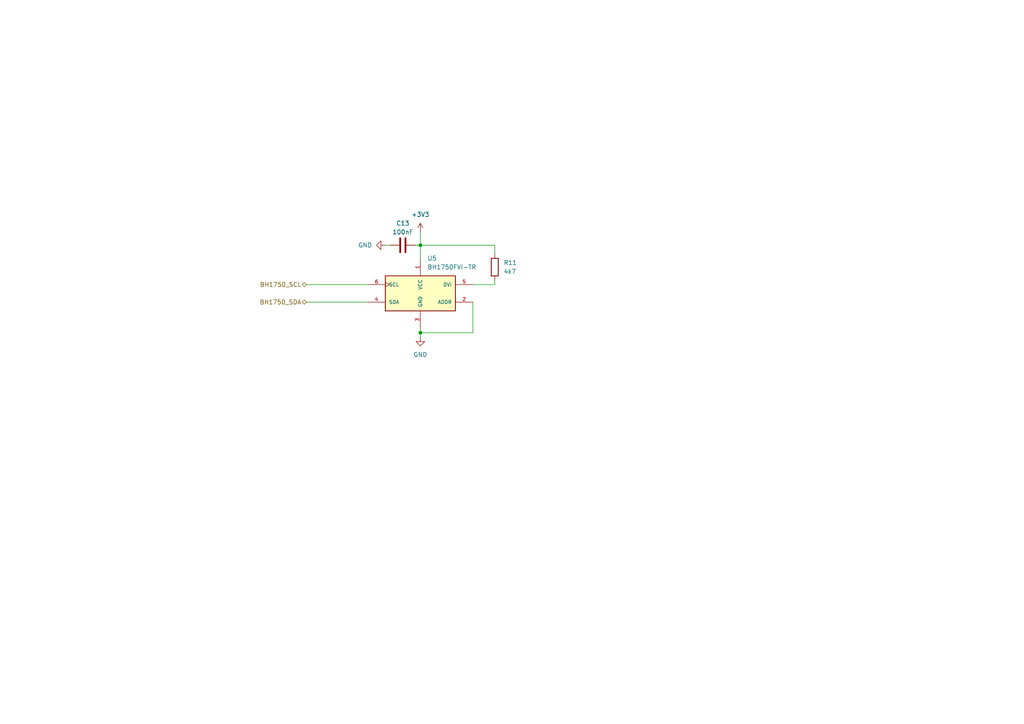
<source format=kicad_sch>
(kicad_sch
	(version 20231120)
	(generator "eeschema")
	(generator_version "8.0")
	(uuid "a8accbb1-87e6-4fbe-98ca-b044f0057cba")
	(paper "A4")
	(lib_symbols
		(symbol "Device:C"
			(pin_numbers hide)
			(pin_names
				(offset 0.254)
			)
			(exclude_from_sim no)
			(in_bom yes)
			(on_board yes)
			(property "Reference" "C"
				(at 0.635 2.54 0)
				(effects
					(font
						(size 1.27 1.27)
					)
					(justify left)
				)
			)
			(property "Value" "C"
				(at 0.635 -2.54 0)
				(effects
					(font
						(size 1.27 1.27)
					)
					(justify left)
				)
			)
			(property "Footprint" ""
				(at 0.9652 -3.81 0)
				(effects
					(font
						(size 1.27 1.27)
					)
					(hide yes)
				)
			)
			(property "Datasheet" "~"
				(at 0 0 0)
				(effects
					(font
						(size 1.27 1.27)
					)
					(hide yes)
				)
			)
			(property "Description" "Unpolarized capacitor"
				(at 0 0 0)
				(effects
					(font
						(size 1.27 1.27)
					)
					(hide yes)
				)
			)
			(property "ki_keywords" "cap capacitor"
				(at 0 0 0)
				(effects
					(font
						(size 1.27 1.27)
					)
					(hide yes)
				)
			)
			(property "ki_fp_filters" "C_*"
				(at 0 0 0)
				(effects
					(font
						(size 1.27 1.27)
					)
					(hide yes)
				)
			)
			(symbol "C_0_1"
				(polyline
					(pts
						(xy -2.032 -0.762) (xy 2.032 -0.762)
					)
					(stroke
						(width 0.508)
						(type default)
					)
					(fill
						(type none)
					)
				)
				(polyline
					(pts
						(xy -2.032 0.762) (xy 2.032 0.762)
					)
					(stroke
						(width 0.508)
						(type default)
					)
					(fill
						(type none)
					)
				)
			)
			(symbol "C_1_1"
				(pin passive line
					(at 0 3.81 270)
					(length 2.794)
					(name "~"
						(effects
							(font
								(size 1.27 1.27)
							)
						)
					)
					(number "1"
						(effects
							(font
								(size 1.27 1.27)
							)
						)
					)
				)
				(pin passive line
					(at 0 -3.81 90)
					(length 2.794)
					(name "~"
						(effects
							(font
								(size 1.27 1.27)
							)
						)
					)
					(number "2"
						(effects
							(font
								(size 1.27 1.27)
							)
						)
					)
				)
			)
		)
		(symbol "Device:R"
			(pin_numbers hide)
			(pin_names
				(offset 0)
			)
			(exclude_from_sim no)
			(in_bom yes)
			(on_board yes)
			(property "Reference" "R"
				(at 2.032 0 90)
				(effects
					(font
						(size 1.27 1.27)
					)
				)
			)
			(property "Value" "R"
				(at 0 0 90)
				(effects
					(font
						(size 1.27 1.27)
					)
				)
			)
			(property "Footprint" ""
				(at -1.778 0 90)
				(effects
					(font
						(size 1.27 1.27)
					)
					(hide yes)
				)
			)
			(property "Datasheet" "~"
				(at 0 0 0)
				(effects
					(font
						(size 1.27 1.27)
					)
					(hide yes)
				)
			)
			(property "Description" "Resistor"
				(at 0 0 0)
				(effects
					(font
						(size 1.27 1.27)
					)
					(hide yes)
				)
			)
			(property "ki_keywords" "R res resistor"
				(at 0 0 0)
				(effects
					(font
						(size 1.27 1.27)
					)
					(hide yes)
				)
			)
			(property "ki_fp_filters" "R_*"
				(at 0 0 0)
				(effects
					(font
						(size 1.27 1.27)
					)
					(hide yes)
				)
			)
			(symbol "R_0_1"
				(rectangle
					(start -1.016 -2.54)
					(end 1.016 2.54)
					(stroke
						(width 0.254)
						(type default)
					)
					(fill
						(type none)
					)
				)
			)
			(symbol "R_1_1"
				(pin passive line
					(at 0 3.81 270)
					(length 1.27)
					(name "~"
						(effects
							(font
								(size 1.27 1.27)
							)
						)
					)
					(number "1"
						(effects
							(font
								(size 1.27 1.27)
							)
						)
					)
				)
				(pin passive line
					(at 0 -3.81 90)
					(length 1.27)
					(name "~"
						(effects
							(font
								(size 1.27 1.27)
							)
						)
					)
					(number "2"
						(effects
							(font
								(size 1.27 1.27)
							)
						)
					)
				)
			)
		)
		(symbol "DienLIB:BH1750FVI-TR"
			(pin_names
				(offset 1.016)
			)
			(exclude_from_sim no)
			(in_bom yes)
			(on_board yes)
			(property "Reference" "U"
				(at -10.16 7.62 0)
				(effects
					(font
						(size 1.27 1.27)
					)
					(justify left bottom)
				)
			)
			(property "Value" "BH1750FVI-TR"
				(at -15.24 -7.62 0)
				(effects
					(font
						(size 1.27 1.27)
					)
					(justify left bottom)
				)
			)
			(property "Footprint" "DienLIB:XDCR_BH1750FVI-TR"
				(at 15.24 -7.62 0)
				(effects
					(font
						(size 1.27 1.27)
					)
					(justify bottom)
					(hide yes)
				)
			)
			(property "Datasheet" ""
				(at 0 0 0)
				(effects
					(font
						(size 1.27 1.27)
					)
					(hide yes)
				)
			)
			(property "Description" ""
				(at 0 0 0)
				(effects
					(font
						(size 1.27 1.27)
					)
					(hide yes)
				)
			)
			(symbol "BH1750FVI-TR_0_0"
				(rectangle
					(start -10.16 5.08)
					(end 10.16 -5.08)
					(stroke
						(width 0.254)
						(type default)
					)
					(fill
						(type background)
					)
				)
				(pin power_in line
					(at 0 10.16 270)
					(length 5.08)
					(name "VCC"
						(effects
							(font
								(size 1.016 1.016)
							)
						)
					)
					(number "1"
						(effects
							(font
								(size 1.016 1.016)
							)
						)
					)
				)
				(pin input line
					(at 15.24 -2.54 180)
					(length 5.08)
					(name "ADDR"
						(effects
							(font
								(size 1.016 1.016)
							)
						)
					)
					(number "2"
						(effects
							(font
								(size 1.016 1.016)
							)
						)
					)
				)
				(pin power_in line
					(at 0 -10.16 90)
					(length 5.08)
					(name "GND"
						(effects
							(font
								(size 1.016 1.016)
							)
						)
					)
					(number "3"
						(effects
							(font
								(size 1.016 1.016)
							)
						)
					)
				)
				(pin bidirectional line
					(at -15.24 -2.54 0)
					(length 5.08)
					(name "SDA"
						(effects
							(font
								(size 1.016 1.016)
							)
						)
					)
					(number "4"
						(effects
							(font
								(size 1.016 1.016)
							)
						)
					)
				)
				(pin input line
					(at 15.24 2.54 180)
					(length 5.08)
					(name "DVI"
						(effects
							(font
								(size 1.016 1.016)
							)
						)
					)
					(number "5"
						(effects
							(font
								(size 1.016 1.016)
							)
						)
					)
				)
				(pin input clock
					(at -15.24 2.54 0)
					(length 5.08)
					(name "SCL"
						(effects
							(font
								(size 1.016 1.016)
							)
						)
					)
					(number "6"
						(effects
							(font
								(size 1.016 1.016)
							)
						)
					)
				)
			)
		)
		(symbol "power:+3V3"
			(power)
			(pin_names
				(offset 0)
			)
			(exclude_from_sim no)
			(in_bom yes)
			(on_board yes)
			(property "Reference" "#PWR"
				(at 0 -3.81 0)
				(effects
					(font
						(size 1.27 1.27)
					)
					(hide yes)
				)
			)
			(property "Value" "+3V3"
				(at 0 3.556 0)
				(effects
					(font
						(size 1.27 1.27)
					)
				)
			)
			(property "Footprint" ""
				(at 0 0 0)
				(effects
					(font
						(size 1.27 1.27)
					)
					(hide yes)
				)
			)
			(property "Datasheet" ""
				(at 0 0 0)
				(effects
					(font
						(size 1.27 1.27)
					)
					(hide yes)
				)
			)
			(property "Description" "Power symbol creates a global label with name \"+3V3\""
				(at 0 0 0)
				(effects
					(font
						(size 1.27 1.27)
					)
					(hide yes)
				)
			)
			(property "ki_keywords" "global power"
				(at 0 0 0)
				(effects
					(font
						(size 1.27 1.27)
					)
					(hide yes)
				)
			)
			(symbol "+3V3_0_1"
				(polyline
					(pts
						(xy -0.762 1.27) (xy 0 2.54)
					)
					(stroke
						(width 0)
						(type default)
					)
					(fill
						(type none)
					)
				)
				(polyline
					(pts
						(xy 0 0) (xy 0 2.54)
					)
					(stroke
						(width 0)
						(type default)
					)
					(fill
						(type none)
					)
				)
				(polyline
					(pts
						(xy 0 2.54) (xy 0.762 1.27)
					)
					(stroke
						(width 0)
						(type default)
					)
					(fill
						(type none)
					)
				)
			)
			(symbol "+3V3_1_1"
				(pin power_in line
					(at 0 0 90)
					(length 0) hide
					(name "+3V3"
						(effects
							(font
								(size 1.27 1.27)
							)
						)
					)
					(number "1"
						(effects
							(font
								(size 1.27 1.27)
							)
						)
					)
				)
			)
		)
		(symbol "power:GND"
			(power)
			(pin_names
				(offset 0)
			)
			(exclude_from_sim no)
			(in_bom yes)
			(on_board yes)
			(property "Reference" "#PWR"
				(at 0 -6.35 0)
				(effects
					(font
						(size 1.27 1.27)
					)
					(hide yes)
				)
			)
			(property "Value" "GND"
				(at 0 -3.81 0)
				(effects
					(font
						(size 1.27 1.27)
					)
				)
			)
			(property "Footprint" ""
				(at 0 0 0)
				(effects
					(font
						(size 1.27 1.27)
					)
					(hide yes)
				)
			)
			(property "Datasheet" ""
				(at 0 0 0)
				(effects
					(font
						(size 1.27 1.27)
					)
					(hide yes)
				)
			)
			(property "Description" "Power symbol creates a global label with name \"GND\" , ground"
				(at 0 0 0)
				(effects
					(font
						(size 1.27 1.27)
					)
					(hide yes)
				)
			)
			(property "ki_keywords" "global power"
				(at 0 0 0)
				(effects
					(font
						(size 1.27 1.27)
					)
					(hide yes)
				)
			)
			(symbol "GND_0_1"
				(polyline
					(pts
						(xy 0 0) (xy 0 -1.27) (xy 1.27 -1.27) (xy 0 -2.54) (xy -1.27 -1.27) (xy 0 -1.27)
					)
					(stroke
						(width 0)
						(type default)
					)
					(fill
						(type none)
					)
				)
			)
			(symbol "GND_1_1"
				(pin power_in line
					(at 0 0 270)
					(length 0) hide
					(name "GND"
						(effects
							(font
								(size 1.27 1.27)
							)
						)
					)
					(number "1"
						(effects
							(font
								(size 1.27 1.27)
							)
						)
					)
				)
			)
		)
	)
	(junction
		(at 121.92 71.12)
		(diameter 0)
		(color 0 0 0 0)
		(uuid "17fd9271-6d9d-4495-aeab-450486135b84")
	)
	(junction
		(at 121.92 96.52)
		(diameter 0)
		(color 0 0 0 0)
		(uuid "35522f59-222a-44c1-94d9-490d9c873202")
	)
	(wire
		(pts
			(xy 88.9 82.55) (xy 106.68 82.55)
		)
		(stroke
			(width 0)
			(type default)
		)
		(uuid "06a12bf2-61b1-4d23-91ef-3a462e3f5dad")
	)
	(wire
		(pts
			(xy 121.92 71.12) (xy 143.51 71.12)
		)
		(stroke
			(width 0)
			(type default)
		)
		(uuid "08bae30c-f71e-4f03-99e0-0dc5cb632b34")
	)
	(wire
		(pts
			(xy 111.76 71.12) (xy 113.03 71.12)
		)
		(stroke
			(width 0)
			(type default)
		)
		(uuid "1f7a2f4a-fe11-4fed-9e13-ec6e98de8d24")
	)
	(wire
		(pts
			(xy 88.9 87.63) (xy 106.68 87.63)
		)
		(stroke
			(width 0)
			(type default)
		)
		(uuid "369b252a-4c9f-405f-b938-e3036fb60821")
	)
	(wire
		(pts
			(xy 121.92 67.31) (xy 121.92 71.12)
		)
		(stroke
			(width 0)
			(type default)
		)
		(uuid "5c04ff2f-210e-4070-a424-0e14cbb3077c")
	)
	(wire
		(pts
			(xy 143.51 71.12) (xy 143.51 73.66)
		)
		(stroke
			(width 0)
			(type default)
		)
		(uuid "6301299a-0912-4b95-8ade-cb7fe94d07aa")
	)
	(wire
		(pts
			(xy 121.92 95.25) (xy 121.92 96.52)
		)
		(stroke
			(width 0)
			(type default)
		)
		(uuid "6da6aac6-adb9-48e6-b3ac-092057c29815")
	)
	(wire
		(pts
			(xy 121.92 71.12) (xy 121.92 74.93)
		)
		(stroke
			(width 0)
			(type default)
		)
		(uuid "84433141-a90e-4d03-b8a4-9adfb6ccf0ba")
	)
	(wire
		(pts
			(xy 120.65 71.12) (xy 121.92 71.12)
		)
		(stroke
			(width 0)
			(type default)
		)
		(uuid "94577a30-0e5f-4903-90b6-25eac5b9dba0")
	)
	(wire
		(pts
			(xy 121.92 96.52) (xy 121.92 97.79)
		)
		(stroke
			(width 0)
			(type default)
		)
		(uuid "969bb2fe-6502-45b5-9731-9211ae852f8a")
	)
	(wire
		(pts
			(xy 143.51 82.55) (xy 137.16 82.55)
		)
		(stroke
			(width 0)
			(type default)
		)
		(uuid "d613b6d8-a446-4cb0-83b6-de7a6a832832")
	)
	(wire
		(pts
			(xy 143.51 81.28) (xy 143.51 82.55)
		)
		(stroke
			(width 0)
			(type default)
		)
		(uuid "dd6e5513-b408-42d2-b9c5-4ee5409cb248")
	)
	(wire
		(pts
			(xy 137.16 96.52) (xy 121.92 96.52)
		)
		(stroke
			(width 0)
			(type default)
		)
		(uuid "ddad8318-c5f9-46f0-b889-2916293db05a")
	)
	(wire
		(pts
			(xy 137.16 87.63) (xy 137.16 96.52)
		)
		(stroke
			(width 0)
			(type default)
		)
		(uuid "f25ec061-6016-40c0-95d3-67a9938c9136")
	)
	(hierarchical_label "BH1750_SDA"
		(shape bidirectional)
		(at 88.9 87.63 180)
		(fields_autoplaced yes)
		(effects
			(font
				(size 1.27 1.27)
			)
			(justify right)
		)
		(uuid "49bdc906-0593-4163-b9ce-075121088a00")
	)
	(hierarchical_label "BH1750_SCL"
		(shape bidirectional)
		(at 88.9 82.55 180)
		(fields_autoplaced yes)
		(effects
			(font
				(size 1.27 1.27)
			)
			(justify right)
		)
		(uuid "866f4a86-52d1-4ddb-9064-96a937fdd5b4")
	)
	(symbol
		(lib_id "Device:R")
		(at 143.51 77.47 0)
		(unit 1)
		(exclude_from_sim no)
		(in_bom yes)
		(on_board yes)
		(dnp no)
		(fields_autoplaced yes)
		(uuid "0d718f57-61d6-4f98-a73c-b44f8b05eb40")
		(property "Reference" "R11"
			(at 146.05 76.2 0)
			(effects
				(font
					(size 1.27 1.27)
				)
				(justify left)
			)
		)
		(property "Value" "4k7"
			(at 146.05 78.74 0)
			(effects
				(font
					(size 1.27 1.27)
				)
				(justify left)
			)
		)
		(property "Footprint" "DienLIB:R_0603"
			(at 141.732 77.47 90)
			(effects
				(font
					(size 1.27 1.27)
				)
				(hide yes)
			)
		)
		(property "Datasheet" "~"
			(at 143.51 77.47 0)
			(effects
				(font
					(size 1.27 1.27)
				)
				(hide yes)
			)
		)
		(property "Description" ""
			(at 143.51 77.47 0)
			(effects
				(font
					(size 1.27 1.27)
				)
				(hide yes)
			)
		)
		(pin "1"
			(uuid "aa6b7f3a-cc14-4f1b-9b72-476c4cd0f47a")
		)
		(pin "2"
			(uuid "98c7518a-62a9-4b2a-b714-80ec12aeb5c4")
		)
		(instances
			(project "Light-Sound-Sensor"
				(path "/c4fae0b4-107a-4e14-bdc8-24cbf64cf056/d92f9513-7fcd-4934-9a07-7629f258c429"
					(reference "R11")
					(unit 1)
				)
			)
		)
	)
	(symbol
		(lib_id "power:GND")
		(at 111.76 71.12 270)
		(unit 1)
		(exclude_from_sim no)
		(in_bom yes)
		(on_board yes)
		(dnp no)
		(fields_autoplaced yes)
		(uuid "0daf6da4-63cf-4bb6-87ee-cee83cab0e1d")
		(property "Reference" "#PWR027"
			(at 105.41 71.12 0)
			(effects
				(font
					(size 1.27 1.27)
				)
				(hide yes)
			)
		)
		(property "Value" "GND"
			(at 107.95 71.12 90)
			(effects
				(font
					(size 1.27 1.27)
				)
				(justify right)
			)
		)
		(property "Footprint" ""
			(at 111.76 71.12 0)
			(effects
				(font
					(size 1.27 1.27)
				)
				(hide yes)
			)
		)
		(property "Datasheet" ""
			(at 111.76 71.12 0)
			(effects
				(font
					(size 1.27 1.27)
				)
				(hide yes)
			)
		)
		(property "Description" ""
			(at 111.76 71.12 0)
			(effects
				(font
					(size 1.27 1.27)
				)
				(hide yes)
			)
		)
		(pin "1"
			(uuid "72388a03-419a-4eaa-8eea-0aa3592dcff9")
		)
		(instances
			(project "Light-Sound-Sensor"
				(path "/c4fae0b4-107a-4e14-bdc8-24cbf64cf056/d92f9513-7fcd-4934-9a07-7629f258c429"
					(reference "#PWR027")
					(unit 1)
				)
			)
		)
	)
	(symbol
		(lib_id "DienLIB:BH1750FVI-TR")
		(at 121.92 85.09 0)
		(unit 1)
		(exclude_from_sim no)
		(in_bom yes)
		(on_board yes)
		(dnp no)
		(fields_autoplaced yes)
		(uuid "696bd99c-66ae-4219-b061-dda04242adfa")
		(property "Reference" "U5"
			(at 123.9394 74.93 0)
			(effects
				(font
					(size 1.27 1.27)
				)
				(justify left)
			)
		)
		(property "Value" "BH1750FVI-TR"
			(at 123.9394 77.47 0)
			(effects
				(font
					(size 1.27 1.27)
				)
				(justify left)
			)
		)
		(property "Footprint" "DienLIB:XDCR_BH1750FVI-TR"
			(at 137.16 92.71 0)
			(effects
				(font
					(size 1.27 1.27)
				)
				(justify bottom)
				(hide yes)
			)
		)
		(property "Datasheet" ""
			(at 121.92 85.09 0)
			(effects
				(font
					(size 1.27 1.27)
				)
				(hide yes)
			)
		)
		(property "Description" ""
			(at 121.92 85.09 0)
			(effects
				(font
					(size 1.27 1.27)
				)
				(hide yes)
			)
		)
		(pin "6"
			(uuid "32d955d2-470a-41b0-b7d3-e84e4900129d")
		)
		(pin "5"
			(uuid "4a963c02-d0fc-4470-b622-9fb1d46c1239")
		)
		(pin "1"
			(uuid "a41acec2-518b-4690-b9da-635c707adac0")
		)
		(pin "2"
			(uuid "3cabb15b-0745-44b1-bb86-ce9a5b981681")
		)
		(pin "3"
			(uuid "97c8f25f-2a4d-46d7-9624-523038409f0a")
		)
		(pin "4"
			(uuid "301c82c5-8d58-4b19-b458-19b7a7dd4056")
		)
		(instances
			(project "Light-Sound-Sensor"
				(path "/c4fae0b4-107a-4e14-bdc8-24cbf64cf056/d92f9513-7fcd-4934-9a07-7629f258c429"
					(reference "U5")
					(unit 1)
				)
			)
		)
	)
	(symbol
		(lib_id "Device:C")
		(at 116.84 71.12 270)
		(unit 1)
		(exclude_from_sim no)
		(in_bom yes)
		(on_board yes)
		(dnp no)
		(uuid "b6d26d6e-6a63-49bb-9b34-11ec1d2879d2")
		(property "Reference" "C13"
			(at 116.84 64.77 90)
			(effects
				(font
					(size 1.27 1.27)
				)
			)
		)
		(property "Value" "100nF"
			(at 116.84 67.31 90)
			(effects
				(font
					(size 1.27 1.27)
				)
			)
		)
		(property "Footprint" "DienLIB:C_0603"
			(at 113.03 72.0852 0)
			(effects
				(font
					(size 1.27 1.27)
				)
				(hide yes)
			)
		)
		(property "Datasheet" "~"
			(at 116.84 71.12 0)
			(effects
				(font
					(size 1.27 1.27)
				)
				(hide yes)
			)
		)
		(property "Description" ""
			(at 116.84 71.12 0)
			(effects
				(font
					(size 1.27 1.27)
				)
				(hide yes)
			)
		)
		(pin "2"
			(uuid "5ab72126-14d5-4979-b097-0282d10cb52d")
		)
		(pin "1"
			(uuid "d850dc5c-eac8-4894-98ee-e56215010b96")
		)
		(instances
			(project "Light-Sound-Sensor"
				(path "/c4fae0b4-107a-4e14-bdc8-24cbf64cf056/d92f9513-7fcd-4934-9a07-7629f258c429"
					(reference "C13")
					(unit 1)
				)
			)
		)
	)
	(symbol
		(lib_id "power:+3V3")
		(at 121.92 67.31 0)
		(unit 1)
		(exclude_from_sim no)
		(in_bom yes)
		(on_board yes)
		(dnp no)
		(fields_autoplaced yes)
		(uuid "c0bf5bcb-ac95-4e87-9b2c-74ca73120b8f")
		(property "Reference" "#PWR026"
			(at 121.92 71.12 0)
			(effects
				(font
					(size 1.27 1.27)
				)
				(hide yes)
			)
		)
		(property "Value" "+3V3"
			(at 121.92 62.23 0)
			(effects
				(font
					(size 1.27 1.27)
				)
			)
		)
		(property "Footprint" ""
			(at 121.92 67.31 0)
			(effects
				(font
					(size 1.27 1.27)
				)
				(hide yes)
			)
		)
		(property "Datasheet" ""
			(at 121.92 67.31 0)
			(effects
				(font
					(size 1.27 1.27)
				)
				(hide yes)
			)
		)
		(property "Description" ""
			(at 121.92 67.31 0)
			(effects
				(font
					(size 1.27 1.27)
				)
				(hide yes)
			)
		)
		(pin "1"
			(uuid "139150bf-c5ef-4b58-a3a5-a7dbdbe77bae")
		)
		(instances
			(project "Light-Sound-Sensor"
				(path "/c4fae0b4-107a-4e14-bdc8-24cbf64cf056/d92f9513-7fcd-4934-9a07-7629f258c429"
					(reference "#PWR026")
					(unit 1)
				)
			)
		)
	)
	(symbol
		(lib_id "power:GND")
		(at 121.92 97.79 0)
		(unit 1)
		(exclude_from_sim no)
		(in_bom yes)
		(on_board yes)
		(dnp no)
		(fields_autoplaced yes)
		(uuid "e9e525fa-a4c5-4e5f-a6d3-7c1d5fd36991")
		(property "Reference" "#PWR028"
			(at 121.92 104.14 0)
			(effects
				(font
					(size 1.27 1.27)
				)
				(hide yes)
			)
		)
		(property "Value" "GND"
			(at 121.92 102.87 0)
			(effects
				(font
					(size 1.27 1.27)
				)
			)
		)
		(property "Footprint" ""
			(at 121.92 97.79 0)
			(effects
				(font
					(size 1.27 1.27)
				)
				(hide yes)
			)
		)
		(property "Datasheet" ""
			(at 121.92 97.79 0)
			(effects
				(font
					(size 1.27 1.27)
				)
				(hide yes)
			)
		)
		(property "Description" ""
			(at 121.92 97.79 0)
			(effects
				(font
					(size 1.27 1.27)
				)
				(hide yes)
			)
		)
		(pin "1"
			(uuid "c5e97411-0566-4ce9-a9cc-5eec57034978")
		)
		(instances
			(project "Light-Sound-Sensor"
				(path "/c4fae0b4-107a-4e14-bdc8-24cbf64cf056/d92f9513-7fcd-4934-9a07-7629f258c429"
					(reference "#PWR028")
					(unit 1)
				)
			)
		)
	)
)
</source>
